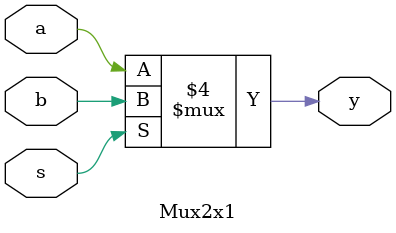
<source format=v>
`timescale 1ns / 1ps


module Mux2x1(
    input a,
    input b,
    input s,
    output reg y
    );
    
    always@(a or b or s) begin
    
        //we can also use y = (~s&a)|(s&b);
    
        if (s == 0) 
            y = a;
        else
            y = b;
    end
    
endmodule

</source>
